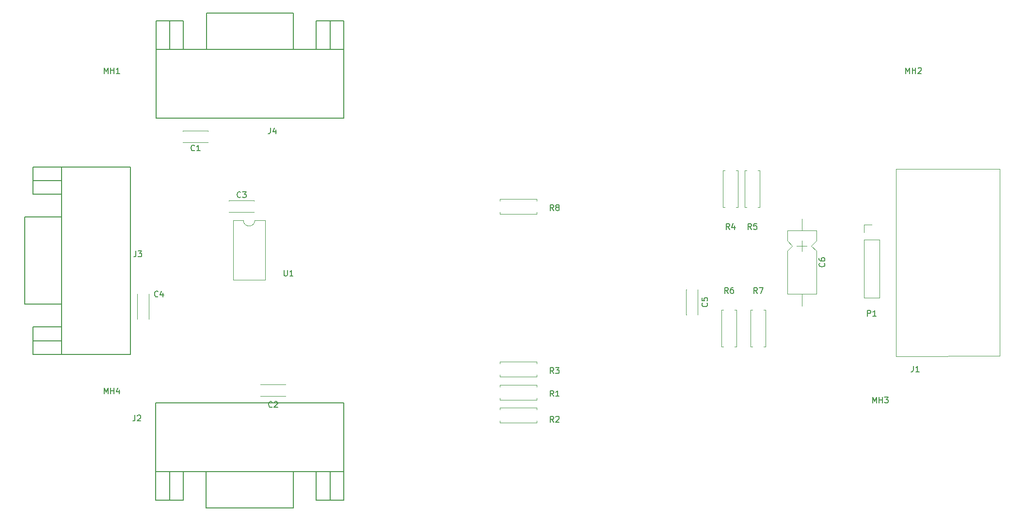
<source format=gbr>
G04 #@! TF.FileFunction,Legend,Top*
%FSLAX46Y46*%
G04 Gerber Fmt 4.6, Leading zero omitted, Abs format (unit mm)*
G04 Created by KiCad (PCBNEW 4.0.2-stable) date 22/12/2017 23:20:32*
%MOMM*%
G01*
G04 APERTURE LIST*
%ADD10C,0.100000*%
%ADD11C,0.150000*%
%ADD12C,0.120000*%
G04 APERTURE END LIST*
D10*
D11*
X119511000Y-123768000D02*
X114711000Y-123768000D01*
X114711000Y-123768000D02*
X114711000Y-118768000D01*
X86711000Y-123768000D02*
X91511000Y-123768000D01*
X91511000Y-123768000D02*
X91511000Y-118768000D01*
X117111000Y-123768000D02*
X117111000Y-118768000D01*
X119511000Y-118768000D02*
X119511000Y-123768000D01*
X119511000Y-123768000D02*
X114911000Y-123768000D01*
X114911000Y-118768000D02*
X117311000Y-118768000D01*
X89111000Y-123768000D02*
X89111000Y-118768000D01*
X86711000Y-118768000D02*
X86711000Y-123768000D01*
X86711000Y-123768000D02*
X91311000Y-123768000D01*
X110711000Y-118768000D02*
X110711000Y-125168000D01*
X110711000Y-125168000D02*
X95511000Y-125168000D01*
X95511000Y-125168000D02*
X95511000Y-118768000D01*
X95511000Y-118768000D02*
X110711000Y-118768000D01*
X119511000Y-118768000D02*
X86711000Y-118768000D01*
X86711000Y-118768000D02*
X86711000Y-106768000D01*
X86711000Y-106768000D02*
X119511000Y-106768000D01*
X119511000Y-106768000D02*
X119511000Y-118768000D01*
D12*
X86801000Y-118788000D02*
X119451000Y-118788000D01*
X95848000Y-61226000D02*
X91428000Y-61226000D01*
X95848000Y-59206000D02*
X91428000Y-59206000D01*
X95848000Y-61226000D02*
X95848000Y-61212000D01*
X95848000Y-59220000D02*
X95848000Y-59206000D01*
X91428000Y-61226000D02*
X91428000Y-61212000D01*
X91428000Y-59220000D02*
X91428000Y-59206000D01*
X104937000Y-103529000D02*
X109357000Y-103529000D01*
X104937000Y-105549000D02*
X109357000Y-105549000D01*
X104937000Y-103529000D02*
X104937000Y-103543000D01*
X104937000Y-105535000D02*
X104937000Y-105549000D01*
X109357000Y-103529000D02*
X109357000Y-103543000D01*
X109357000Y-105535000D02*
X109357000Y-105549000D01*
X99476000Y-71398000D02*
X103896000Y-71398000D01*
X99476000Y-73418000D02*
X103896000Y-73418000D01*
X99476000Y-71398000D02*
X99476000Y-71412000D01*
X99476000Y-73404000D02*
X99476000Y-73418000D01*
X103896000Y-71398000D02*
X103896000Y-71412000D01*
X103896000Y-73404000D02*
X103896000Y-73418000D01*
X85464000Y-87684000D02*
X85464000Y-92104000D01*
X83444000Y-87684000D02*
X83444000Y-92104000D01*
X85464000Y-87684000D02*
X85450000Y-87684000D01*
X83458000Y-87684000D02*
X83444000Y-87684000D01*
X85464000Y-92104000D02*
X85450000Y-92104000D01*
X83458000Y-92104000D02*
X83444000Y-92104000D01*
X103996000Y-74828000D02*
G75*
G02X101996000Y-74828000I-1000000J0D01*
G01*
X101996000Y-74828000D02*
X100226000Y-74828000D01*
X100226000Y-74828000D02*
X100226000Y-85228000D01*
X100226000Y-85228000D02*
X105766000Y-85228000D01*
X105766000Y-85228000D02*
X105766000Y-74828000D01*
X105766000Y-74828000D02*
X103996000Y-74828000D01*
X210378000Y-78186500D02*
X210378000Y-88406500D01*
X210378000Y-88406500D02*
X213038000Y-88406500D01*
X213038000Y-88406500D02*
X213038000Y-78186500D01*
X213038000Y-78186500D02*
X210378000Y-78186500D01*
X210378000Y-76916500D02*
X210378000Y-75586500D01*
X210378000Y-75586500D02*
X211708000Y-75586500D01*
D11*
X65226000Y-98280000D02*
X65226000Y-93480000D01*
X65226000Y-93480000D02*
X70226000Y-93480000D01*
X65226000Y-65480000D02*
X65226000Y-70280000D01*
X65226000Y-70280000D02*
X70226000Y-70280000D01*
X65226000Y-95880000D02*
X70226000Y-95880000D01*
X70226000Y-98280000D02*
X65226000Y-98280000D01*
X65226000Y-98280000D02*
X65226000Y-93680000D01*
X70226000Y-93680000D02*
X70226000Y-96080000D01*
X65226000Y-67880000D02*
X70226000Y-67880000D01*
X70226000Y-65480000D02*
X65226000Y-65480000D01*
X65226000Y-65480000D02*
X65226000Y-70080000D01*
X70226000Y-89480000D02*
X63826000Y-89480000D01*
X63826000Y-89480000D02*
X63826000Y-74280000D01*
X63826000Y-74280000D02*
X70226000Y-74280000D01*
X70226000Y-74280000D02*
X70226000Y-89480000D01*
X70226000Y-98280000D02*
X70226000Y-65480000D01*
X70226000Y-65480000D02*
X82226000Y-65480000D01*
X82226000Y-65480000D02*
X82226000Y-98280000D01*
X82226000Y-98280000D02*
X70226000Y-98280000D01*
D12*
X70206000Y-65570000D02*
X70206000Y-98220000D01*
D11*
X86735000Y-39971000D02*
X91535000Y-39971000D01*
X91535000Y-39971000D02*
X91535000Y-44971000D01*
X119535000Y-39971000D02*
X114735000Y-39971000D01*
X114735000Y-39971000D02*
X114735000Y-44971000D01*
X89135000Y-39971000D02*
X89135000Y-44971000D01*
X86735000Y-44971000D02*
X86735000Y-39971000D01*
X86735000Y-39971000D02*
X91335000Y-39971000D01*
X91335000Y-44971000D02*
X88935000Y-44971000D01*
X117135000Y-39971000D02*
X117135000Y-44971000D01*
X119535000Y-44971000D02*
X119535000Y-39971000D01*
X119535000Y-39971000D02*
X114935000Y-39971000D01*
X95535000Y-44971000D02*
X95535000Y-38571000D01*
X95535000Y-38571000D02*
X110735000Y-38571000D01*
X110735000Y-38571000D02*
X110735000Y-44971000D01*
X110735000Y-44971000D02*
X95535000Y-44971000D01*
X86735000Y-44971000D02*
X119535000Y-44971000D01*
X119535000Y-44971000D02*
X119535000Y-56971000D01*
X119535000Y-56971000D02*
X86735000Y-56971000D01*
X86735000Y-56971000D02*
X86735000Y-44971000D01*
D12*
X119445000Y-44951000D02*
X86795000Y-44951000D01*
X216047000Y-65826200D02*
X234047000Y-65826200D01*
X234047000Y-65826200D02*
X234047000Y-98576200D01*
X234047000Y-98576200D02*
X215997000Y-98626200D01*
X215997000Y-98626200D02*
X215997000Y-65826200D01*
X153200000Y-105880000D02*
X153200000Y-106210000D01*
X153200000Y-106210000D02*
X146780000Y-106210000D01*
X146780000Y-106210000D02*
X146780000Y-105880000D01*
X153200000Y-103920000D02*
X153200000Y-103590000D01*
X153200000Y-103590000D02*
X146780000Y-103590000D01*
X146780000Y-103590000D02*
X146780000Y-103920000D01*
X153200000Y-109880000D02*
X153200000Y-110210000D01*
X153200000Y-110210000D02*
X146780000Y-110210000D01*
X146780000Y-110210000D02*
X146780000Y-109880000D01*
X153200000Y-107920000D02*
X153200000Y-107590000D01*
X153200000Y-107590000D02*
X146780000Y-107590000D01*
X146780000Y-107590000D02*
X146780000Y-107920000D01*
X153200000Y-101880000D02*
X153200000Y-102210000D01*
X153200000Y-102210000D02*
X146780000Y-102210000D01*
X146780000Y-102210000D02*
X146780000Y-101880000D01*
X153200000Y-99920000D02*
X153200000Y-99590000D01*
X153200000Y-99590000D02*
X146780000Y-99590000D01*
X146780000Y-99590000D02*
X146780000Y-99920000D01*
X186090000Y-72570000D02*
X185760000Y-72570000D01*
X185760000Y-72570000D02*
X185760000Y-66150000D01*
X185760000Y-66150000D02*
X186090000Y-66150000D01*
X188050000Y-72570000D02*
X188380000Y-72570000D01*
X188380000Y-72570000D02*
X188380000Y-66150000D01*
X188380000Y-66150000D02*
X188050000Y-66150000D01*
X189900000Y-72570000D02*
X189570000Y-72570000D01*
X189570000Y-72570000D02*
X189570000Y-66150000D01*
X189570000Y-66150000D02*
X189900000Y-66150000D01*
X191860000Y-72570000D02*
X192190000Y-72570000D01*
X192190000Y-72570000D02*
X192190000Y-66150000D01*
X192190000Y-66150000D02*
X191860000Y-66150000D01*
X187796000Y-90534000D02*
X188126000Y-90534000D01*
X188126000Y-90534000D02*
X188126000Y-96954000D01*
X188126000Y-96954000D02*
X187796000Y-96954000D01*
X185836000Y-90534000D02*
X185506000Y-90534000D01*
X185506000Y-90534000D02*
X185506000Y-96954000D01*
X185506000Y-96954000D02*
X185836000Y-96954000D01*
X192876000Y-90534000D02*
X193206000Y-90534000D01*
X193206000Y-90534000D02*
X193206000Y-96954000D01*
X193206000Y-96954000D02*
X192876000Y-96954000D01*
X190916000Y-90534000D02*
X190586000Y-90534000D01*
X190586000Y-90534000D02*
X190586000Y-96954000D01*
X190586000Y-96954000D02*
X190916000Y-96954000D01*
X153196000Y-73388000D02*
X153196000Y-73718000D01*
X153196000Y-73718000D02*
X146776000Y-73718000D01*
X146776000Y-73718000D02*
X146776000Y-73388000D01*
X153196000Y-71428000D02*
X153196000Y-71098000D01*
X153196000Y-71098000D02*
X146776000Y-71098000D01*
X146776000Y-71098000D02*
X146776000Y-71428000D01*
X181349000Y-86922000D02*
X181349000Y-91342000D01*
X179329000Y-86922000D02*
X179329000Y-91342000D01*
X181349000Y-86922000D02*
X181335000Y-86922000D01*
X179343000Y-86922000D02*
X179329000Y-86922000D01*
X181349000Y-91342000D02*
X181335000Y-91342000D01*
X179343000Y-91342000D02*
X179329000Y-91342000D01*
X199516000Y-78420000D02*
X199516000Y-80220000D01*
X200416000Y-79320000D02*
X198616000Y-79320000D01*
X202076000Y-76610000D02*
X196956000Y-76610000D01*
X202076000Y-87730000D02*
X196956000Y-87730000D01*
X202076000Y-76610000D02*
X202076000Y-78410000D01*
X202076000Y-78410000D02*
X201176000Y-79310000D01*
X201176000Y-79310000D02*
X202076000Y-80210000D01*
X202076000Y-80210000D02*
X202076000Y-87730000D01*
X196956000Y-76610000D02*
X196956000Y-78410000D01*
X196956000Y-78410000D02*
X197856000Y-79310000D01*
X197856000Y-79310000D02*
X196956000Y-80210000D01*
X196956000Y-80210000D02*
X196956000Y-87730000D01*
X199516000Y-74550000D02*
X199516000Y-76610000D01*
X199516000Y-89790000D02*
X199516000Y-87730000D01*
D11*
X83061667Y-108912381D02*
X83061667Y-109626667D01*
X83014047Y-109769524D01*
X82918809Y-109864762D01*
X82775952Y-109912381D01*
X82680714Y-109912381D01*
X83490238Y-109007619D02*
X83537857Y-108960000D01*
X83633095Y-108912381D01*
X83871191Y-108912381D01*
X83966429Y-108960000D01*
X84014048Y-109007619D01*
X84061667Y-109102857D01*
X84061667Y-109198095D01*
X84014048Y-109340952D01*
X83442619Y-109912381D01*
X84061667Y-109912381D01*
X93471334Y-62583143D02*
X93423715Y-62630762D01*
X93280858Y-62678381D01*
X93185620Y-62678381D01*
X93042762Y-62630762D01*
X92947524Y-62535524D01*
X92899905Y-62440286D01*
X92852286Y-62249810D01*
X92852286Y-62106952D01*
X92899905Y-61916476D01*
X92947524Y-61821238D01*
X93042762Y-61726000D01*
X93185620Y-61678381D01*
X93280858Y-61678381D01*
X93423715Y-61726000D01*
X93471334Y-61773619D01*
X94423715Y-62678381D02*
X93852286Y-62678381D01*
X94138000Y-62678381D02*
X94138000Y-61678381D01*
X94042762Y-61821238D01*
X93947524Y-61916476D01*
X93852286Y-61964095D01*
X107020334Y-107436143D02*
X106972715Y-107483762D01*
X106829858Y-107531381D01*
X106734620Y-107531381D01*
X106591762Y-107483762D01*
X106496524Y-107388524D01*
X106448905Y-107293286D01*
X106401286Y-107102810D01*
X106401286Y-106959952D01*
X106448905Y-106769476D01*
X106496524Y-106674238D01*
X106591762Y-106579000D01*
X106734620Y-106531381D01*
X106829858Y-106531381D01*
X106972715Y-106579000D01*
X107020334Y-106626619D01*
X107401286Y-106626619D02*
X107448905Y-106579000D01*
X107544143Y-106531381D01*
X107782239Y-106531381D01*
X107877477Y-106579000D01*
X107925096Y-106626619D01*
X107972715Y-106721857D01*
X107972715Y-106817095D01*
X107925096Y-106959952D01*
X107353667Y-107531381D01*
X107972715Y-107531381D01*
X101519334Y-70755143D02*
X101471715Y-70802762D01*
X101328858Y-70850381D01*
X101233620Y-70850381D01*
X101090762Y-70802762D01*
X100995524Y-70707524D01*
X100947905Y-70612286D01*
X100900286Y-70421810D01*
X100900286Y-70278952D01*
X100947905Y-70088476D01*
X100995524Y-69993238D01*
X101090762Y-69898000D01*
X101233620Y-69850381D01*
X101328858Y-69850381D01*
X101471715Y-69898000D01*
X101519334Y-69945619D01*
X101852667Y-69850381D02*
X102471715Y-69850381D01*
X102138381Y-70231333D01*
X102281239Y-70231333D01*
X102376477Y-70278952D01*
X102424096Y-70326571D01*
X102471715Y-70421810D01*
X102471715Y-70659905D01*
X102424096Y-70755143D01*
X102376477Y-70802762D01*
X102281239Y-70850381D01*
X101995524Y-70850381D01*
X101900286Y-70802762D01*
X101852667Y-70755143D01*
X87081334Y-88132143D02*
X87033715Y-88179762D01*
X86890858Y-88227381D01*
X86795620Y-88227381D01*
X86652762Y-88179762D01*
X86557524Y-88084524D01*
X86509905Y-87989286D01*
X86462286Y-87798810D01*
X86462286Y-87655952D01*
X86509905Y-87465476D01*
X86557524Y-87370238D01*
X86652762Y-87275000D01*
X86795620Y-87227381D01*
X86890858Y-87227381D01*
X87033715Y-87275000D01*
X87081334Y-87322619D01*
X87938477Y-87560714D02*
X87938477Y-88227381D01*
X87700381Y-87179762D02*
X87462286Y-87894048D01*
X88081334Y-87894048D01*
X109092095Y-83544381D02*
X109092095Y-84353905D01*
X109139714Y-84449143D01*
X109187333Y-84496762D01*
X109282571Y-84544381D01*
X109473048Y-84544381D01*
X109568286Y-84496762D01*
X109615905Y-84449143D01*
X109663524Y-84353905D01*
X109663524Y-83544381D01*
X110663524Y-84544381D02*
X110092095Y-84544381D01*
X110377809Y-84544381D02*
X110377809Y-83544381D01*
X110282571Y-83687238D01*
X110187333Y-83782476D01*
X110092095Y-83830095D01*
X210969905Y-91592881D02*
X210969905Y-90592881D01*
X211350858Y-90592881D01*
X211446096Y-90640500D01*
X211493715Y-90688119D01*
X211541334Y-90783357D01*
X211541334Y-90926214D01*
X211493715Y-91021452D01*
X211446096Y-91069071D01*
X211350858Y-91116690D01*
X210969905Y-91116690D01*
X212493715Y-91592881D02*
X211922286Y-91592881D01*
X212208000Y-91592881D02*
X212208000Y-90592881D01*
X212112762Y-90735738D01*
X212017524Y-90830976D01*
X211922286Y-90878595D01*
X83232667Y-80201381D02*
X83232667Y-80915667D01*
X83185047Y-81058524D01*
X83089809Y-81153762D01*
X82946952Y-81201381D01*
X82851714Y-81201381D01*
X83613619Y-80201381D02*
X84232667Y-80201381D01*
X83899333Y-80582333D01*
X84042191Y-80582333D01*
X84137429Y-80629952D01*
X84185048Y-80677571D01*
X84232667Y-80772810D01*
X84232667Y-81010905D01*
X84185048Y-81106143D01*
X84137429Y-81153762D01*
X84042191Y-81201381D01*
X83756476Y-81201381D01*
X83661238Y-81153762D01*
X83613619Y-81106143D01*
X106725667Y-58693381D02*
X106725667Y-59407667D01*
X106678047Y-59550524D01*
X106582809Y-59645762D01*
X106439952Y-59693381D01*
X106344714Y-59693381D01*
X107630429Y-59026714D02*
X107630429Y-59693381D01*
X107392333Y-58645762D02*
X107154238Y-59360048D01*
X107773286Y-59360048D01*
X218994667Y-100308381D02*
X218994667Y-101022667D01*
X218947047Y-101165524D01*
X218851809Y-101260762D01*
X218708952Y-101308381D01*
X218613714Y-101308381D01*
X219994667Y-101308381D02*
X219423238Y-101308381D01*
X219708952Y-101308381D02*
X219708952Y-100308381D01*
X219613714Y-100451238D01*
X219518476Y-100546476D01*
X219423238Y-100594095D01*
X156173334Y-105606381D02*
X155840000Y-105130190D01*
X155601905Y-105606381D02*
X155601905Y-104606381D01*
X155982858Y-104606381D01*
X156078096Y-104654000D01*
X156125715Y-104701619D01*
X156173334Y-104796857D01*
X156173334Y-104939714D01*
X156125715Y-105034952D01*
X156078096Y-105082571D01*
X155982858Y-105130190D01*
X155601905Y-105130190D01*
X157125715Y-105606381D02*
X156554286Y-105606381D01*
X156840000Y-105606381D02*
X156840000Y-104606381D01*
X156744762Y-104749238D01*
X156649524Y-104844476D01*
X156554286Y-104892095D01*
X156173334Y-110114381D02*
X155840000Y-109638190D01*
X155601905Y-110114381D02*
X155601905Y-109114381D01*
X155982858Y-109114381D01*
X156078096Y-109162000D01*
X156125715Y-109209619D01*
X156173334Y-109304857D01*
X156173334Y-109447714D01*
X156125715Y-109542952D01*
X156078096Y-109590571D01*
X155982858Y-109638190D01*
X155601905Y-109638190D01*
X156554286Y-109209619D02*
X156601905Y-109162000D01*
X156697143Y-109114381D01*
X156935239Y-109114381D01*
X157030477Y-109162000D01*
X157078096Y-109209619D01*
X157125715Y-109304857D01*
X157125715Y-109400095D01*
X157078096Y-109542952D01*
X156506667Y-110114381D01*
X157125715Y-110114381D01*
X156173334Y-101606381D02*
X155840000Y-101130190D01*
X155601905Y-101606381D02*
X155601905Y-100606381D01*
X155982858Y-100606381D01*
X156078096Y-100654000D01*
X156125715Y-100701619D01*
X156173334Y-100796857D01*
X156173334Y-100939714D01*
X156125715Y-101034952D01*
X156078096Y-101082571D01*
X155982858Y-101130190D01*
X155601905Y-101130190D01*
X156506667Y-100606381D02*
X157125715Y-100606381D01*
X156792381Y-100987333D01*
X156935239Y-100987333D01*
X157030477Y-101034952D01*
X157078096Y-101082571D01*
X157125715Y-101177810D01*
X157125715Y-101415905D01*
X157078096Y-101511143D01*
X157030477Y-101558762D01*
X156935239Y-101606381D01*
X156649524Y-101606381D01*
X156554286Y-101558762D01*
X156506667Y-101511143D01*
X186903334Y-76416381D02*
X186570000Y-75940190D01*
X186331905Y-76416381D02*
X186331905Y-75416381D01*
X186712858Y-75416381D01*
X186808096Y-75464000D01*
X186855715Y-75511619D01*
X186903334Y-75606857D01*
X186903334Y-75749714D01*
X186855715Y-75844952D01*
X186808096Y-75892571D01*
X186712858Y-75940190D01*
X186331905Y-75940190D01*
X187760477Y-75749714D02*
X187760477Y-76416381D01*
X187522381Y-75368762D02*
X187284286Y-76083048D01*
X187903334Y-76083048D01*
X190713334Y-76416381D02*
X190380000Y-75940190D01*
X190141905Y-76416381D02*
X190141905Y-75416381D01*
X190522858Y-75416381D01*
X190618096Y-75464000D01*
X190665715Y-75511619D01*
X190713334Y-75606857D01*
X190713334Y-75749714D01*
X190665715Y-75844952D01*
X190618096Y-75892571D01*
X190522858Y-75940190D01*
X190141905Y-75940190D01*
X191618096Y-75416381D02*
X191141905Y-75416381D01*
X191094286Y-75892571D01*
X191141905Y-75844952D01*
X191237143Y-75797333D01*
X191475239Y-75797333D01*
X191570477Y-75844952D01*
X191618096Y-75892571D01*
X191665715Y-75987810D01*
X191665715Y-76225905D01*
X191618096Y-76321143D01*
X191570477Y-76368762D01*
X191475239Y-76416381D01*
X191237143Y-76416381D01*
X191141905Y-76368762D01*
X191094286Y-76321143D01*
X186649334Y-87592381D02*
X186316000Y-87116190D01*
X186077905Y-87592381D02*
X186077905Y-86592381D01*
X186458858Y-86592381D01*
X186554096Y-86640000D01*
X186601715Y-86687619D01*
X186649334Y-86782857D01*
X186649334Y-86925714D01*
X186601715Y-87020952D01*
X186554096Y-87068571D01*
X186458858Y-87116190D01*
X186077905Y-87116190D01*
X187506477Y-86592381D02*
X187316000Y-86592381D01*
X187220762Y-86640000D01*
X187173143Y-86687619D01*
X187077905Y-86830476D01*
X187030286Y-87020952D01*
X187030286Y-87401905D01*
X187077905Y-87497143D01*
X187125524Y-87544762D01*
X187220762Y-87592381D01*
X187411239Y-87592381D01*
X187506477Y-87544762D01*
X187554096Y-87497143D01*
X187601715Y-87401905D01*
X187601715Y-87163810D01*
X187554096Y-87068571D01*
X187506477Y-87020952D01*
X187411239Y-86973333D01*
X187220762Y-86973333D01*
X187125524Y-87020952D01*
X187077905Y-87068571D01*
X187030286Y-87163810D01*
X191729334Y-87592381D02*
X191396000Y-87116190D01*
X191157905Y-87592381D02*
X191157905Y-86592381D01*
X191538858Y-86592381D01*
X191634096Y-86640000D01*
X191681715Y-86687619D01*
X191729334Y-86782857D01*
X191729334Y-86925714D01*
X191681715Y-87020952D01*
X191634096Y-87068571D01*
X191538858Y-87116190D01*
X191157905Y-87116190D01*
X192062667Y-86592381D02*
X192729334Y-86592381D01*
X192300762Y-87592381D01*
X156169334Y-73114381D02*
X155836000Y-72638190D01*
X155597905Y-73114381D02*
X155597905Y-72114381D01*
X155978858Y-72114381D01*
X156074096Y-72162000D01*
X156121715Y-72209619D01*
X156169334Y-72304857D01*
X156169334Y-72447714D01*
X156121715Y-72542952D01*
X156074096Y-72590571D01*
X155978858Y-72638190D01*
X155597905Y-72638190D01*
X156740762Y-72542952D02*
X156645524Y-72495333D01*
X156597905Y-72447714D01*
X156550286Y-72352476D01*
X156550286Y-72304857D01*
X156597905Y-72209619D01*
X156645524Y-72162000D01*
X156740762Y-72114381D01*
X156931239Y-72114381D01*
X157026477Y-72162000D01*
X157074096Y-72209619D01*
X157121715Y-72304857D01*
X157121715Y-72352476D01*
X157074096Y-72447714D01*
X157026477Y-72495333D01*
X156931239Y-72542952D01*
X156740762Y-72542952D01*
X156645524Y-72590571D01*
X156597905Y-72638190D01*
X156550286Y-72733429D01*
X156550286Y-72923905D01*
X156597905Y-73019143D01*
X156645524Y-73066762D01*
X156740762Y-73114381D01*
X156931239Y-73114381D01*
X157026477Y-73066762D01*
X157074096Y-73019143D01*
X157121715Y-72923905D01*
X157121715Y-72733429D01*
X157074096Y-72638190D01*
X157026477Y-72590571D01*
X156931239Y-72542952D01*
X182956143Y-89298666D02*
X183003762Y-89346285D01*
X183051381Y-89489142D01*
X183051381Y-89584380D01*
X183003762Y-89727238D01*
X182908524Y-89822476D01*
X182813286Y-89870095D01*
X182622810Y-89917714D01*
X182479952Y-89917714D01*
X182289476Y-89870095D01*
X182194238Y-89822476D01*
X182099000Y-89727238D01*
X182051381Y-89584380D01*
X182051381Y-89489142D01*
X182099000Y-89346285D01*
X182146619Y-89298666D01*
X182051381Y-88393904D02*
X182051381Y-88870095D01*
X182527571Y-88917714D01*
X182479952Y-88870095D01*
X182432333Y-88774857D01*
X182432333Y-88536761D01*
X182479952Y-88441523D01*
X182527571Y-88393904D01*
X182622810Y-88346285D01*
X182860905Y-88346285D01*
X182956143Y-88393904D01*
X183003762Y-88441523D01*
X183051381Y-88536761D01*
X183051381Y-88774857D01*
X183003762Y-88870095D01*
X182956143Y-88917714D01*
X203433143Y-82336666D02*
X203480762Y-82384285D01*
X203528381Y-82527142D01*
X203528381Y-82622380D01*
X203480762Y-82765238D01*
X203385524Y-82860476D01*
X203290286Y-82908095D01*
X203099810Y-82955714D01*
X202956952Y-82955714D01*
X202766476Y-82908095D01*
X202671238Y-82860476D01*
X202576000Y-82765238D01*
X202528381Y-82622380D01*
X202528381Y-82527142D01*
X202576000Y-82384285D01*
X202623619Y-82336666D01*
X202528381Y-81479523D02*
X202528381Y-81670000D01*
X202576000Y-81765238D01*
X202623619Y-81812857D01*
X202766476Y-81908095D01*
X202956952Y-81955714D01*
X203337905Y-81955714D01*
X203433143Y-81908095D01*
X203480762Y-81860476D01*
X203528381Y-81765238D01*
X203528381Y-81574761D01*
X203480762Y-81479523D01*
X203433143Y-81431904D01*
X203337905Y-81384285D01*
X203099810Y-81384285D01*
X203004571Y-81431904D01*
X202956952Y-81479523D01*
X202909333Y-81574761D01*
X202909333Y-81765238D01*
X202956952Y-81860476D01*
X203004571Y-81908095D01*
X203099810Y-81955714D01*
X77666667Y-49152381D02*
X77666667Y-48152381D01*
X78000001Y-48866667D01*
X78333334Y-48152381D01*
X78333334Y-49152381D01*
X78809524Y-49152381D02*
X78809524Y-48152381D01*
X78809524Y-48628571D02*
X79380953Y-48628571D01*
X79380953Y-49152381D02*
X79380953Y-48152381D01*
X80380953Y-49152381D02*
X79809524Y-49152381D01*
X80095238Y-49152381D02*
X80095238Y-48152381D01*
X80000000Y-48295238D01*
X79904762Y-48390476D01*
X79809524Y-48438095D01*
X77666667Y-105152381D02*
X77666667Y-104152381D01*
X78000001Y-104866667D01*
X78333334Y-104152381D01*
X78333334Y-105152381D01*
X78809524Y-105152381D02*
X78809524Y-104152381D01*
X78809524Y-104628571D02*
X79380953Y-104628571D01*
X79380953Y-105152381D02*
X79380953Y-104152381D01*
X80285715Y-104485714D02*
X80285715Y-105152381D01*
X80047619Y-104104762D02*
X79809524Y-104819048D01*
X80428572Y-104819048D01*
X211866667Y-106752381D02*
X211866667Y-105752381D01*
X212200001Y-106466667D01*
X212533334Y-105752381D01*
X212533334Y-106752381D01*
X213009524Y-106752381D02*
X213009524Y-105752381D01*
X213009524Y-106228571D02*
X213580953Y-106228571D01*
X213580953Y-106752381D02*
X213580953Y-105752381D01*
X213961905Y-105752381D02*
X214580953Y-105752381D01*
X214247619Y-106133333D01*
X214390477Y-106133333D01*
X214485715Y-106180952D01*
X214533334Y-106228571D01*
X214580953Y-106323810D01*
X214580953Y-106561905D01*
X214533334Y-106657143D01*
X214485715Y-106704762D01*
X214390477Y-106752381D01*
X214104762Y-106752381D01*
X214009524Y-106704762D01*
X213961905Y-106657143D01*
X217666667Y-49152381D02*
X217666667Y-48152381D01*
X218000001Y-48866667D01*
X218333334Y-48152381D01*
X218333334Y-49152381D01*
X218809524Y-49152381D02*
X218809524Y-48152381D01*
X218809524Y-48628571D02*
X219380953Y-48628571D01*
X219380953Y-49152381D02*
X219380953Y-48152381D01*
X219809524Y-48247619D02*
X219857143Y-48200000D01*
X219952381Y-48152381D01*
X220190477Y-48152381D01*
X220285715Y-48200000D01*
X220333334Y-48247619D01*
X220380953Y-48342857D01*
X220380953Y-48438095D01*
X220333334Y-48580952D01*
X219761905Y-49152381D01*
X220380953Y-49152381D01*
M02*

</source>
